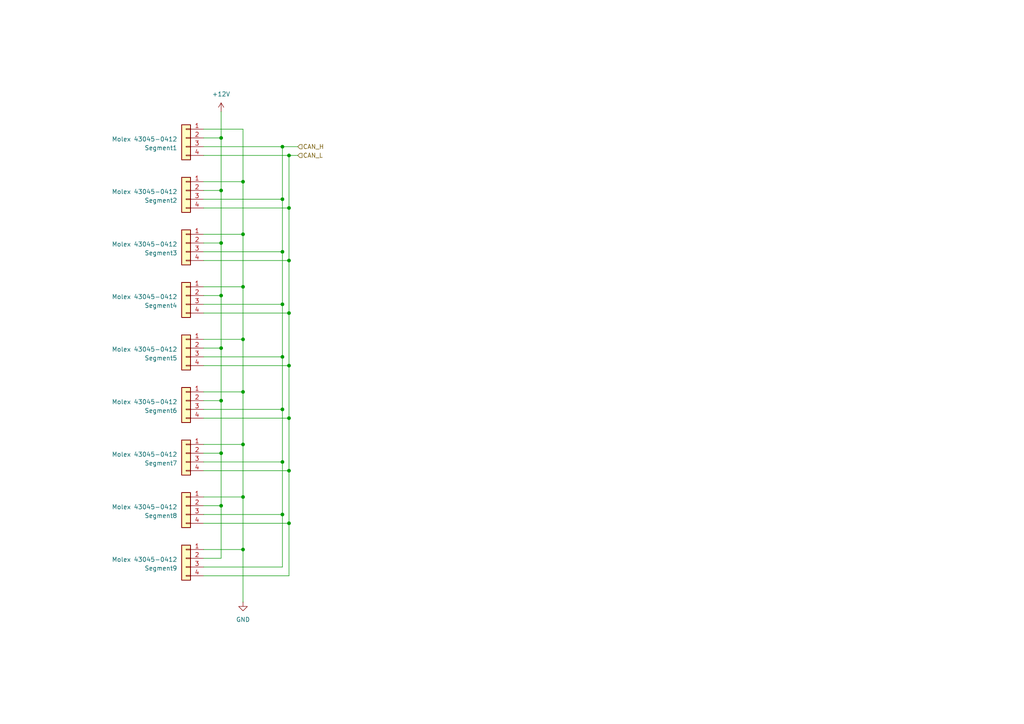
<source format=kicad_sch>
(kicad_sch (version 20250114) (generator "eeschema") (generator_version "9.0")
  (paper "A4")
  (lib_symbols
    (symbol "Connector_Generic:Conn_01x04" (pin_names (offset 1.016) (hide yes))
      (property "Reference" "J" (at 0 5.08 0))
      (property "Value" "Conn_01x04" (at 0 -7.62 0))
      (symbol "Conn_01x04_1_1"
        (rectangle (start -1.27 3.81) (end 1.27 -6.35) (stroke (width 0.254)) (fill (type background)))
        (rectangle (start -1.27 2.667) (end 0 2.413) (stroke (width 0.1524)))
        (rectangle (start -1.27 0.127) (end 0 -0.127) (stroke (width 0.1524)))
        (rectangle (start -1.27 -2.413) (end 0 -2.667) (stroke (width 0.1524)))
        (rectangle (start -1.27 -4.953) (end 0 -5.207) (stroke (width 0.1524)))
        (pin passive line (at -5.08 2.54 0) (length 3.81) (name "Pin_1") (number "1"))
        (pin passive line (at -5.08 0 0) (length 3.81) (name "Pin_2") (number "2"))
        (pin passive line (at -5.08 -2.54 0) (length 3.81) (name "Pin_3") (number "3"))
        (pin passive line (at -5.08 -5.08 0) (length 3.81) (name "Pin_4") (number "4"))
      )
    )
    (symbol "power:+12V" (power) (pin_numbers (hide yes)) (pin_names (offset 0) (hide yes))
      (property "Value" "+12V" (at 0 3.556 0))
      (symbol "+12V_0_1"
        (polyline (pts (xy -0.762 1.27) (xy 0 2.54)))
        (polyline (pts (xy 0 2.54) (xy 0.762 1.27)))
        (polyline (pts (xy 0 0) (xy 0 2.54)))
      )
      (symbol "+12V_1_1"
        (pin power_in line (at 0 0 90) (length 0) (name "~") (number "1"))
      )
    )
    (symbol "power:GND" (power) (pin_numbers (hide yes)) (pin_names (offset 0) (hide yes))
      (property "Value" "GND" (at 0 -3.81 0))
      (symbol "GND_0_1"
        (polyline (pts (xy 0 0) (xy 0 -1.27) (xy 1.27 -1.27) (xy 0 -2.54) (xy -1.27 -1.27) (xy 0 -1.27)))
      )
      (symbol "GND_1_1"
        (pin power_in line (at 0 0 270) (length 0) (name "~") (number "1"))
      )
    )
  )
  (junction (at 64.135 85.725))
  (junction (at 81.915 103.505))
  (junction (at 64.135 116.205))
  (junction (at 64.135 100.965))
  (junction (at 81.915 118.745))
  (junction (at 81.915 149.225))
  (junction (at 81.915 73.025))
  (junction (at 64.135 40.005))
  (junction (at 83.82 75.565))
  (junction (at 83.82 106.045))
  (junction (at 81.915 42.545))
  (junction (at 81.915 57.785))
  (junction (at 83.82 90.805))
  (junction (at 70.485 98.425))
  (junction (at 81.915 88.265))
  (junction (at 70.485 52.705))
  (junction (at 83.82 151.765))
  (junction (at 64.135 146.685))
  (junction (at 64.135 70.485))
  (junction (at 83.82 136.525))
  (junction (at 70.485 113.665))
  (junction (at 70.485 67.945))
  (junction (at 83.82 121.285))
  (junction (at 70.485 128.905))
  (junction (at 81.915 133.985))
  (junction (at 64.135 131.445))
  (junction (at 64.135 55.245))
  (junction (at 83.82 60.325))
  (junction (at 70.485 159.385))
  (junction (at 70.485 83.185))
  (junction (at 83.82 45.085))
  (junction (at 70.485 144.145))
  (wire (pts (xy 59.055 103.505) (xy 81.915 103.505)))
  (wire (pts (xy 59.055 67.945) (xy 70.485 67.945)))
  (wire (pts (xy 70.485 128.905) (xy 70.485 144.145)))
  (wire (pts (xy 59.055 121.285) (xy 83.82 121.285)))
  (wire (pts (xy 81.915 118.745) (xy 81.915 133.985)))
  (wire (pts (xy 59.055 75.565) (xy 83.82 75.565)))
  (wire (pts (xy 59.055 161.925) (xy 64.135 161.925)))
  (wire (pts (xy 59.055 42.545) (xy 81.915 42.545)))
  (wire (pts (xy 81.915 149.225) (xy 81.915 133.985)))
  (wire (pts (xy 70.485 67.945) (xy 70.485 83.185)))
  (wire (pts (xy 64.135 70.485) (xy 64.135 85.725)))
  (wire (pts (xy 59.055 40.005) (xy 64.135 40.005)))
  (wire (pts (xy 70.485 159.385) (xy 70.485 174.625)))
  (wire (pts (xy 81.915 73.025) (xy 81.915 57.785)))
  (wire (pts (xy 81.915 118.745) (xy 81.915 103.505)))
  (wire (pts (xy 81.915 88.265) (xy 81.915 73.025)))
  (wire (pts (xy 70.485 52.705) (xy 70.485 67.945)))
  (wire (pts (xy 64.135 131.445) (xy 64.135 146.685)))
  (wire (pts (xy 81.915 103.505) (xy 81.915 88.265)))
  (wire (pts (xy 64.135 161.925) (xy 64.135 146.685)))
  (wire (pts (xy 59.055 57.785) (xy 81.915 57.785)))
  (wire (pts (xy 59.055 45.085) (xy 83.82 45.085)))
  (wire (pts (xy 59.055 100.965) (xy 64.135 100.965)))
  (wire (pts (xy 81.915 42.545) (xy 86.36 42.545)))
  (wire (pts (xy 59.055 83.185) (xy 70.485 83.185)))
  (wire (pts (xy 64.135 40.005) (xy 64.135 55.245)))
  (wire (pts (xy 83.82 90.805) (xy 83.82 75.565)))
  (wire (pts (xy 59.055 106.045) (xy 83.82 106.045)))
  (wire (pts (xy 59.055 144.145) (xy 70.485 144.145)))
  (wire (pts (xy 59.055 37.465) (xy 70.485 37.465)))
  (wire (pts (xy 83.82 45.085) (xy 86.36 45.085)))
  (wire (pts (xy 59.055 73.025) (xy 81.915 73.025)))
  (wire (pts (xy 59.055 159.385) (xy 70.485 159.385)))
  (wire (pts (xy 70.485 83.185) (xy 70.485 98.425)))
  (wire (pts (xy 64.135 116.205) (xy 64.135 131.445)))
  (wire (pts (xy 83.82 75.565) (xy 83.82 60.325)))
  (wire (pts (xy 59.055 85.725) (xy 64.135 85.725)))
  (wire (pts (xy 81.915 57.785) (xy 81.915 42.545)))
  (wire (pts (xy 59.055 131.445) (xy 64.135 131.445)))
  (wire (pts (xy 59.055 88.265) (xy 81.915 88.265)))
  (wire (pts (xy 59.055 164.465) (xy 81.915 164.465)))
  (wire (pts (xy 59.055 60.325) (xy 83.82 60.325)))
  (wire (pts (xy 83.82 121.285) (xy 83.82 136.525)))
  (wire (pts (xy 70.485 37.465) (xy 70.485 52.705)))
  (wire (pts (xy 59.055 113.665) (xy 70.485 113.665)))
  (wire (pts (xy 83.82 136.525) (xy 83.82 151.765)))
  (wire (pts (xy 70.485 98.425) (xy 70.485 113.665)))
  (wire (pts (xy 59.055 167.005) (xy 83.82 167.005)))
  (wire (pts (xy 64.135 100.965) (xy 64.135 116.205)))
  (wire (pts (xy 83.82 106.045) (xy 83.82 90.805)))
  (wire (pts (xy 83.82 167.005) (xy 83.82 151.765)))
  (wire (pts (xy 64.135 55.245) (xy 64.135 70.485)))
  (wire (pts (xy 81.915 164.465) (xy 81.915 149.225)))
  (wire (pts (xy 83.82 60.325) (xy 83.82 45.085)))
  (wire (pts (xy 64.135 32.385) (xy 64.135 40.005)))
  (wire (pts (xy 70.485 113.665) (xy 70.485 128.905)))
  (wire (pts (xy 59.055 128.905) (xy 70.485 128.905)))
  (wire (pts (xy 83.82 121.285) (xy 83.82 106.045)))
  (wire (pts (xy 59.055 52.705) (xy 70.485 52.705)))
  (wire (pts (xy 59.055 149.225) (xy 81.915 149.225)))
  (wire (pts (xy 59.055 133.985) (xy 81.915 133.985)))
  (wire (pts (xy 59.055 118.745) (xy 81.915 118.745)))
  (wire (pts (xy 59.055 98.425) (xy 70.485 98.425)))
  (wire (pts (xy 59.055 90.805) (xy 83.82 90.805)))
  (wire (pts (xy 59.055 70.485) (xy 64.135 70.485)))
  (wire (pts (xy 59.055 55.245) (xy 64.135 55.245)))
  (wire (pts (xy 64.135 85.725) (xy 64.135 100.965)))
  (wire (pts (xy 59.055 116.205) (xy 64.135 116.205)))
  (wire (pts (xy 59.055 146.685) (xy 64.135 146.685)))
  (wire (pts (xy 59.055 136.525) (xy 83.82 136.525)))
  (wire (pts (xy 70.485 144.145) (xy 70.485 159.385)))
  (wire (pts (xy 59.055 151.765) (xy 83.82 151.765)))
  (hierarchical_label "CAN_L" (shape input) (at 86.36 45.085 0))
  (hierarchical_label "CAN_H" (shape input) (at 86.36 42.545 0))
  (symbol (lib_id "Connector_Generic:Conn_01x04") (at 53.975 161.925 0) (mirror y) (unit 1)
    (property "Reference" "Segment9" (at 51.435 164.8207 0) (effects (justify left)))
    (property "Value" "Molex 43045-0412" (at 51.435 162.2807 0) (effects (justify left)))
    (property "Footprint" "Connector_Molex:Molex_Micro-Fit_3.0_43045-0412_2x02_P3.00mm_Vertical" (effects (hide yes)))
    (property "Description" "Generic connector, single row, 01x04, script generated (kicad-library-utils/schlib/autogen/connector/)" (effects (hide yes)))
  )
  (symbol (lib_id "Connector_Generic:Conn_01x04") (at 53.975 85.725 0) (mirror y) (unit 1)
    (property "Reference" "Segment4" (at 51.435 88.6207 0) (effects (justify left)))
    (property "Value" "Molex 43045-0412" (at 51.435 86.0807 0) (effects (justify left)))
    (property "Footprint" "Connector_Molex:Molex_Micro-Fit_3.0_43045-0412_2x02_P3.00mm_Vertical" (effects (hide yes)))
    (property "Description" "Generic connector, single row, 01x04, script generated (kicad-library-utils/schlib/autogen/connector/)" (effects (hide yes)))
  )
  (symbol (lib_id "power:GND") (at 70.485 174.625 0) (unit 1)
    (property "Reference" "#PWR04" (effects (hide yes)))
    (property "Value" "GND" (at 70.485 179.705 0))
    (property "Description" "Power symbol creates a global label with name \"GND\" , ground" (effects (hide yes)))
  )
  (symbol (lib_id "Connector_Generic:Conn_01x04") (at 53.975 116.205 0) (mirror y) (unit 1)
    (property "Reference" "Segment6" (at 51.435 119.1007 0) (effects (justify left)))
    (property "Value" "Molex 43045-0412" (at 51.435 116.5607 0) (effects (justify left)))
    (property "Footprint" "Connector_Molex:Molex_Micro-Fit_3.0_43045-0412_2x02_P3.00mm_Vertical" (effects (hide yes)))
    (property "Description" "Generic connector, single row, 01x04, script generated (kicad-library-utils/schlib/autogen/connector/)" (effects (hide yes)))
  )
  (symbol (lib_id "Connector_Generic:Conn_01x04") (at 53.975 40.005 0) (mirror y) (unit 1)
    (property "Reference" "Segment1" (at 51.435 42.9007 0) (effects (justify left)))
    (property "Value" "Molex 43045-0412" (at 51.435 40.3607 0) (effects (justify left)))
    (property "Footprint" "Connector_Molex:Molex_Micro-Fit_3.0_43045-0412_2x02_P3.00mm_Vertical" (effects (hide yes)))
    (property "Description" "Generic connector, single row, 01x04, script generated (kicad-library-utils/schlib/autogen/connector/)" (effects (hide yes)))
  )
  (symbol (lib_id "Connector_Generic:Conn_01x04") (at 53.975 55.245 0) (mirror y) (unit 1)
    (property "Reference" "Segment2" (at 51.435 58.1407 0) (effects (justify left)))
    (property "Value" "Molex 43045-0412" (at 51.435 55.6007 0) (effects (justify left)))
    (property "Footprint" "Connector_Molex:Molex_Micro-Fit_3.0_43045-0412_2x02_P3.00mm_Vertical" (effects (hide yes)))
    (property "Description" "Generic connector, single row, 01x04, script generated (kicad-library-utils/schlib/autogen/connector/)" (effects (hide yes)))
  )
  (symbol (lib_id "Connector_Generic:Conn_01x04") (at 53.975 146.685 0) (mirror y) (unit 1)
    (property "Reference" "Segment8" (at 51.435 149.5807 0) (effects (justify left)))
    (property "Value" "Molex 43045-0412" (at 51.435 147.0407 0) (effects (justify left)))
    (property "Footprint" "Connector_Molex:Molex_Micro-Fit_3.0_43045-0412_2x02_P3.00mm_Vertical" (effects (hide yes)))
    (property "Description" "Generic connector, single row, 01x04, script generated (kicad-library-utils/schlib/autogen/connector/)" (effects (hide yes)))
  )
  (symbol (lib_id "power:+12V") (at 64.135 32.385 0) (unit 1)
    (property "Reference" "#PWR03" (effects (hide yes)))
    (property "Value" "+12V" (at 64.135 27.305 0))
    (property "Description" "Power symbol creates a global label with name \"+12V\"" (effects (hide yes)))
  )
  (symbol (lib_id "Connector_Generic:Conn_01x04") (at 53.975 100.965 0) (mirror y) (unit 1)
    (property "Reference" "Segment5" (at 51.435 103.8607 0) (effects (justify left)))
    (property "Value" "Molex 43045-0412" (at 51.435 101.3207 0) (effects (justify left)))
    (property "Footprint" "Connector_Molex:Molex_Micro-Fit_3.0_43045-0412_2x02_P3.00mm_Vertical" (effects (hide yes)))
    (property "Description" "Generic connector, single row, 01x04, script generated (kicad-library-utils/schlib/autogen/connector/)" (effects (hide yes)))
  )
  (symbol (lib_id "Connector_Generic:Conn_01x04") (at 53.975 70.485 0) (mirror y) (unit 1)
    (property "Reference" "Segment3" (at 51.435 73.3807 0) (effects (justify left)))
    (property "Value" "Molex 43045-0412" (at 51.435 70.8407 0) (effects (justify left)))
    (property "Footprint" "Connector_Molex:Molex_Micro-Fit_3.0_43045-0412_2x02_P3.00mm_Vertical" (effects (hide yes)))
    (property "Description" "Generic connector, single row, 01x04, script generated (kicad-library-utils/schlib/autogen/connector/)" (effects (hide yes)))
  )
  (symbol (lib_id "Connector_Generic:Conn_01x04") (at 53.975 131.445 0) (mirror y) (unit 1)
    (property "Reference" "Segment7" (at 51.435 134.3407 0) (effects (justify left)))
    (property "Value" "Molex 43045-0412" (at 51.435 131.8007 0) (effects (justify left)))
    (property "Footprint" "Connector_Molex:Molex_Micro-Fit_3.0_43045-0412_2x02_P3.00mm_Vertical" (effects (hide yes)))
    (property "Description" "Generic connector, single row, 01x04, script generated (kicad-library-utils/schlib/autogen/connector/)" (effects (hide yes)))
  )
)
</source>
